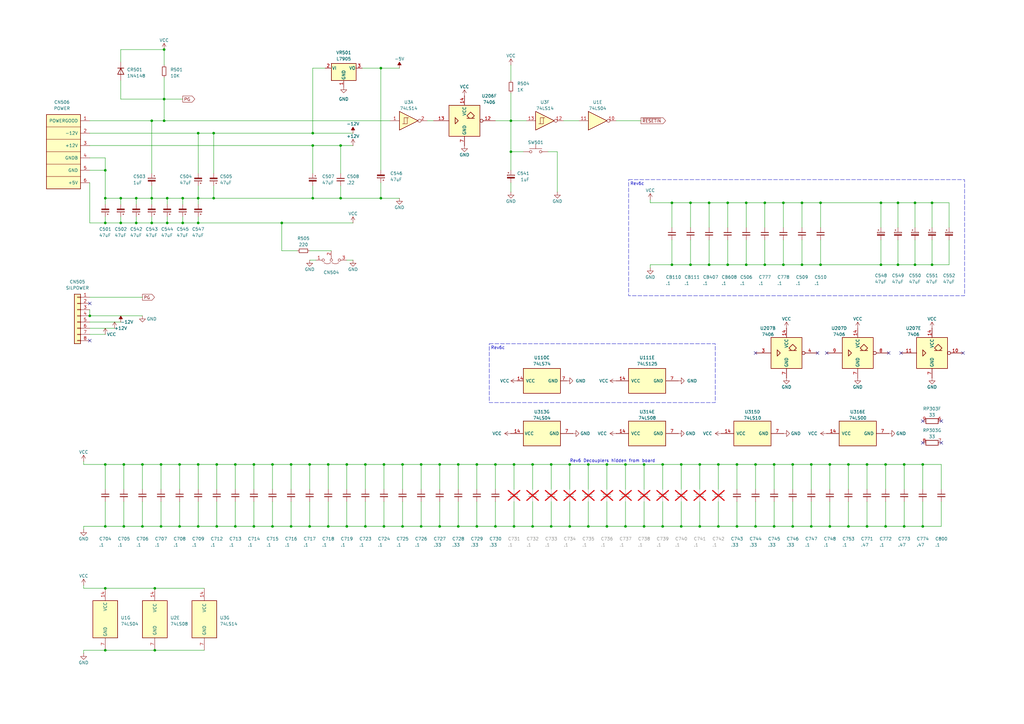
<source format=kicad_sch>
(kicad_sch (version 20231120) (generator "eeschema") (generator_version "8.0")
  (paper "A3")
  (title_block (title "Commodore PC10/CA") (rev "C") (comment 1 "312626") (comment 2 "POWER"))
  (junction (at 157.48 215.9))
  (junction (at 43.18 81.28))
  (junction (at 378.46 215.9))
  (junction (at 283.21 83.185))
  (junction (at 363.22 215.9))
  (junction (at 96.52 215.9))
  (junction (at 361.315 83.185))
  (junction (at 271.78 215.9))
  (junction (at 156.21 81.28))
  (junction (at 218.44 190.5))
  (junction (at 74.93 91.44))
  (junction (at 134.62 215.9))
  (junction (at 382.27 83.185))
  (junction (at 328.93 83.185))
  (junction (at 111.76 190.5))
  (junction (at 119.38 190.5))
  (junction (at 256.54 190.5))
  (junction (at 302.26 215.9))
  (junction (at 347.98 215.9))
  (junction (at 309.88 215.9))
  (junction (at 233.68 215.9))
  (junction (at 347.98 190.5))
  (junction (at 287.02 215.9))
  (junction (at 139.7 59.69))
  (junction (at 142.24 215.9))
  (junction (at 81.28 190.5))
  (junction (at 139.7 81.28))
  (junction (at 203.2 215.9))
  (junction (at 340.36 190.5))
  (junction (at 187.96 215.9))
  (junction (at 149.86 190.5))
  (junction (at 298.45 83.185))
  (junction (at 321.31 108.585))
  (junction (at 115.57 91.44))
  (junction (at 55.88 81.28))
  (junction (at 81.28 81.28))
  (junction (at 149.86 215.9))
  (junction (at 275.59 83.185))
  (junction (at 49.53 81.28))
  (junction (at 290.83 83.185))
  (junction (at 306.07 108.585))
  (junction (at 43.18 266.7))
  (junction (at 317.5 215.9))
  (junction (at 49.53 91.44))
  (junction (at 302.26 190.5))
  (junction (at 58.42 215.9))
  (junction (at 50.8 190.5))
  (junction (at 279.4 190.5))
  (junction (at 134.62 190.5))
  (junction (at 68.58 91.44))
  (junction (at 172.72 215.9))
  (junction (at 336.55 108.585))
  (junction (at 142.24 190.5))
  (junction (at 67.31 49.53))
  (junction (at 209.55 49.53))
  (junction (at 332.74 215.9))
  (junction (at 87.63 54.61))
  (junction (at 50.8 215.9))
  (junction (at 62.23 81.28))
  (junction (at 306.07 83.185))
  (junction (at 264.16 190.5))
  (junction (at 62.23 91.44))
  (junction (at 336.55 83.185))
  (junction (at 325.12 215.9))
  (junction (at 127 215.9))
  (junction (at 66.04 190.5))
  (junction (at 370.84 215.9))
  (junction (at 218.44 215.9))
  (junction (at 264.16 215.9))
  (junction (at 187.96 190.5))
  (junction (at 87.63 81.28))
  (junction (at 332.74 190.5))
  (junction (at 81.28 215.9))
  (junction (at 157.48 190.5))
  (junction (at 195.58 215.9))
  (junction (at 256.54 215.9))
  (junction (at 370.84 190.5))
  (junction (at 233.68 190.5))
  (junction (at 128.27 54.61))
  (junction (at 66.04 215.9))
  (junction (at 104.14 215.9))
  (junction (at 73.66 190.5))
  (junction (at 63.5 266.7))
  (junction (at 355.6 215.9))
  (junction (at 248.92 215.9))
  (junction (at 340.36 215.9))
  (junction (at 210.82 190.5))
  (junction (at 226.06 190.5))
  (junction (at 241.3 215.9))
  (junction (at 203.2 190.5))
  (junction (at 127 190.5))
  (junction (at 43.18 190.5))
  (junction (at 88.9 215.9))
  (junction (at 375.285 108.585))
  (junction (at 165.1 190.5))
  (junction (at 195.58 190.5))
  (junction (at 368.3 108.585))
  (junction (at 355.6 190.5))
  (junction (at 104.14 190.5))
  (junction (at 165.1 215.9))
  (junction (at 287.02 190.5))
  (junction (at 328.93 108.585))
  (junction (at 298.45 108.585))
  (junction (at 58.42 190.5))
  (junction (at 317.5 190.5))
  (junction (at 361.315 108.585))
  (junction (at 241.3 190.5))
  (junction (at 55.88 91.44))
  (junction (at 226.06 215.9))
  (junction (at 128.27 81.28))
  (junction (at 294.64 190.5))
  (junction (at 290.83 108.585))
  (junction (at 309.88 190.5))
  (junction (at 96.52 190.5))
  (junction (at 43.18 215.9))
  (junction (at 313.69 83.185))
  (junction (at 128.27 59.69))
  (junction (at 378.46 190.5))
  (junction (at 375.285 83.185))
  (junction (at 294.64 215.9))
  (junction (at 172.72 190.5))
  (junction (at 67.31 20.32))
  (junction (at 43.18 241.3))
  (junction (at 156.21 27.94))
  (junction (at 283.21 108.585))
  (junction (at 279.4 215.9))
  (junction (at 275.59 108.585))
  (junction (at 271.78 190.5))
  (junction (at 248.92 190.5))
  (junction (at 74.93 81.28))
  (junction (at 325.12 190.5))
  (junction (at 67.31 40.64))
  (junction (at 180.34 215.9))
  (junction (at 363.22 190.5))
  (junction (at 313.69 108.585))
  (junction (at 321.31 83.185))
  (junction (at 88.9 190.5))
  (junction (at 81.28 91.44))
  (junction (at 43.18 91.44))
  (junction (at 62.23 49.53))
  (junction (at 81.28 54.61))
  (junction (at 209.55 62.23))
  (junction (at 43.18 69.85))
  (junction (at 63.5 241.3))
  (junction (at 210.82 215.9))
  (junction (at 68.58 81.28))
  (junction (at 119.38 215.9))
  (junction (at 73.66 215.9))
  (junction (at 36.83 129.54))
  (junction (at 382.27 108.585))
  (junction (at 180.34 190.5))
  (junction (at 111.76 215.9))
  (junction (at 368.3 83.185))
  (no_connect (at 369.57 144.78))
  (no_connect (at 378.46 172.72))
  (no_connect (at 36.83 139.7))
  (no_connect (at 335.28 144.78))
  (no_connect (at 386.08 172.72))
  (no_connect (at 364.49 144.78))
  (no_connect (at 386.08 181.61))
  (no_connect (at 36.83 124.46))
  (no_connect (at 339.09 144.78))
  (no_connect (at 378.46 181.61))
  (no_connect (at 309.88 144.78))
  (no_connect (at 394.97 144.78))
  (wire (pts (xy 142.24 205.74) (xy 142.24 215.9)))
  (wire (pts (xy 389.255 108.585) (xy 382.27 108.585)))
  (wire (pts (xy 87.63 54.61) (xy 87.63 71.12)))
  (wire (pts (xy 67.31 49.53) (xy 160.02 49.53)))
  (wire (pts (xy 378.46 190.5) (xy 386.08 190.5)))
  (wire (pts (xy 49.53 40.64) (xy 67.31 40.64)))
  (wire (pts (xy 248.92 215.9) (xy 256.54 215.9)))
  (wire (pts (xy 355.6 190.5) (xy 363.22 190.5)))
  (wire (pts (xy 68.58 81.28) (xy 68.58 83.82)))
  (wire (pts (xy 62.23 81.28) (xy 62.23 83.82)))
  (wire (pts (xy 115.57 91.44) (xy 115.57 102.87)))
  (wire (pts (xy 378.46 205.74) (xy 378.46 215.9)))
  (wire (pts (xy 287.02 215.9) (xy 294.64 215.9)))
  (wire (pts (xy 218.44 205.74) (xy 218.44 215.9)))
  (wire (pts (xy 111.76 190.5) (xy 111.76 200.66)))
  (wire (pts (xy 355.6 190.5) (xy 355.6 200.66)))
  (wire (pts (xy 226.06 215.9) (xy 233.68 215.9)))
  (wire (pts (xy 375.285 83.185) (xy 382.27 83.185)))
  (wire (pts (xy 313.69 108.585) (xy 313.69 98.425)))
  (wire (pts (xy 347.98 190.5) (xy 355.6 190.5)))
  (wire (pts (xy 157.48 215.9) (xy 165.1 215.9)))
  (wire (pts (xy 58.42 215.9) (xy 66.04 215.9)))
  (wire (pts (xy 142.24 215.9) (xy 149.86 215.9)))
  (wire (pts (xy 209.55 49.53) (xy 209.55 62.23)))
  (wire (pts (xy 386.08 190.5) (xy 386.08 200.66)))
  (wire (pts (xy 104.14 190.5) (xy 104.14 200.66)))
  (wire (pts (xy 68.58 91.44) (xy 74.93 91.44)))
  (wire (pts (xy 332.74 190.5) (xy 340.36 190.5)))
  (wire (pts (xy 275.59 98.425) (xy 275.59 108.585)))
  (wire (pts (xy 218.44 190.5) (xy 218.44 200.66)))
  (wire (pts (xy 187.96 215.9) (xy 195.58 215.9)))
  (wire (pts (xy 119.38 190.5) (xy 127 190.5)))
  (wire (pts (xy 347.98 190.5) (xy 347.98 200.66)))
  (wire (pts (xy 96.52 205.74) (xy 96.52 215.9)))
  (wire (pts (xy 209.55 49.53) (xy 215.9 49.53)))
  (wire (pts (xy 336.55 83.185) (xy 336.55 93.345)))
  (wire (pts (xy 127 190.5) (xy 134.62 190.5)))
  (wire (pts (xy 43.18 81.28) (xy 49.53 81.28)))
  (wire (pts (xy 241.3 215.9) (xy 248.92 215.9)))
  (wire (pts (xy 43.18 190.5) (xy 50.8 190.5)))
  (wire (pts (xy 180.34 190.5) (xy 187.96 190.5)))
  (wire (pts (xy 49.53 81.28) (xy 49.53 83.82)))
  (wire (pts (xy 156.21 81.28) (xy 163.83 81.28)))
  (wire (pts (xy 58.42 190.5) (xy 58.42 200.66)))
  (wire (pts (xy 115.57 102.87) (xy 121.92 102.87)))
  (wire (pts (xy 283.21 108.585) (xy 290.83 108.585)))
  (wire (pts (xy 361.315 98.425) (xy 361.315 108.585)))
  (wire (pts (xy 34.29 215.9) (xy 34.29 217.17)))
  (wire (pts (xy 340.36 190.5) (xy 347.98 190.5)))
  (wire (pts (xy 340.36 190.5) (xy 340.36 200.66)))
  (wire (pts (xy 370.84 190.5) (xy 378.46 190.5)))
  (wire (pts (xy 157.48 215.9) (xy 157.48 205.74)))
  (wire (pts (xy 226.06 205.74) (xy 226.06 215.9)))
  (wire (pts (xy 209.55 62.23) (xy 214.63 62.23)))
  (wire (pts (xy 127 205.74) (xy 127 215.9)))
  (wire (pts (xy 306.07 83.185) (xy 313.69 83.185)))
  (wire (pts (xy 67.31 26.67) (xy 67.31 20.32)))
  (wire (pts (xy 36.83 49.53) (xy 62.23 49.53)))
  (wire (pts (xy 34.29 215.9) (xy 43.18 215.9)))
  (wire (pts (xy 111.76 190.5) (xy 119.38 190.5)))
  (wire (pts (xy 368.3 83.185) (xy 375.285 83.185)))
  (wire (pts (xy 264.16 215.9) (xy 264.16 205.74)))
  (wire (pts (xy 104.14 190.5) (xy 111.76 190.5)))
  (wire (pts (xy 302.26 205.74) (xy 302.26 215.9)))
  (wire (pts (xy 67.31 40.64) (xy 74.93 40.64)))
  (wire (pts (xy 218.44 190.5) (xy 226.06 190.5)))
  (wire (pts (xy 382.27 83.185) (xy 389.255 83.185)))
  (wire (pts (xy 55.88 91.44) (xy 62.23 91.44)))
  (wire (pts (xy 55.88 81.28) (xy 55.88 83.82)))
  (wire (pts (xy 271.78 215.9) (xy 279.4 215.9)))
  (wire (pts (xy 58.42 190.5) (xy 66.04 190.5)))
  (wire (pts (xy 386.08 205.74) (xy 386.08 215.9)))
  (wire (pts (xy 36.83 64.77) (xy 43.18 64.77)))
  (wire (pts (xy 321.31 108.585) (xy 321.31 98.425)))
  (wire (pts (xy 49.53 20.32) (xy 49.53 25.4)))
  (wire (pts (xy 294.64 205.74) (xy 294.64 215.9)))
  (wire (pts (xy 34.29 241.3) (xy 43.18 241.3)))
  (wire (pts (xy 370.84 190.5) (xy 370.84 200.66)))
  (wire (pts (xy 336.55 108.585) (xy 361.315 108.585)))
  (wire (pts (xy 157.48 190.5) (xy 165.1 190.5)))
  (wire (pts (xy 36.83 59.69) (xy 128.27 59.69)))
  (wire (pts (xy 209.55 33.02) (xy 209.55 26.67)))
  (wire (pts (xy 67.31 40.64) (xy 67.31 49.53)))
  (wire (pts (xy 119.38 190.5) (xy 119.38 200.66)))
  (wire (pts (xy 325.12 190.5) (xy 325.12 200.66)))
  (wire (pts (xy 63.5 241.3) (xy 83.82 241.3)))
  (wire (pts (xy 49.53 91.44) (xy 55.88 91.44)))
  (wire (pts (xy 195.58 215.9) (xy 203.2 215.9)))
  (wire (pts (xy 73.66 215.9) (xy 73.66 205.74)))
  (wire (pts (xy 266.7 108.585) (xy 275.59 108.585)))
  (wire (pts (xy 74.93 91.44) (xy 81.28 91.44)))
  (wire (pts (xy 43.18 64.77) (xy 43.18 69.85)))
  (wire (pts (xy 256.54 205.74) (xy 256.54 215.9)))
  (wire (pts (xy 43.18 205.74) (xy 43.18 215.9)))
  (wire (pts (xy 203.2 49.53) (xy 209.55 49.53)))
  (wire (pts (xy 264.16 215.9) (xy 271.78 215.9)))
  (wire (pts (xy 203.2 190.5) (xy 203.2 200.66)))
  (wire (pts (xy 62.23 76.2) (xy 62.23 81.28)))
  (wire (pts (xy 275.59 83.185) (xy 283.21 83.185)))
  (wire (pts (xy 36.83 74.93) (xy 36.83 91.44)))
  (wire (pts (xy 317.5 215.9) (xy 325.12 215.9)))
  (wire (pts (xy 128.27 59.69) (xy 139.7 59.69)))
  (wire (pts (xy 149.86 205.74) (xy 149.86 215.9)))
  (wire (pts (xy 241.3 190.5) (xy 241.3 200.66)))
  (wire (pts (xy 203.2 215.9) (xy 210.82 215.9)))
  (wire (pts (xy 62.23 91.44) (xy 68.58 91.44)))
  (wire (pts (xy 328.93 83.185) (xy 336.55 83.185)))
  (wire (pts (xy 43.18 91.44) (xy 43.18 88.9)))
  (wire (pts (xy 370.84 215.9) (xy 378.46 215.9)))
  (wire (pts (xy 279.4 190.5) (xy 279.4 200.66)))
  (wire (pts (xy 36.83 69.85) (xy 43.18 69.85)))
  (wire (pts (xy 378.46 215.9) (xy 386.08 215.9)))
  (wire (pts (xy 187.96 215.9) (xy 187.96 205.74)))
  (wire (pts (xy 119.38 205.74) (xy 119.38 215.9)))
  (wire (pts (xy 313.69 83.185) (xy 321.31 83.185)))
  (wire (pts (xy 210.82 190.5) (xy 218.44 190.5)))
  (wire (pts (xy 36.83 121.92) (xy 58.42 121.92)))
  (wire (pts (xy 87.63 76.2) (xy 87.63 81.28)))
  (wire (pts (xy 49.53 132.08) (xy 36.83 132.08)))
  (wire (pts (xy 66.04 190.5) (xy 66.04 200.66)))
  (wire (pts (xy 317.5 190.5) (xy 317.5 200.66)))
  (wire (pts (xy 88.9 190.5) (xy 88.9 200.66)))
  (wire (pts (xy 127 190.5) (xy 127 200.66)))
  (wire (pts (xy 248.92 190.5) (xy 248.92 200.66)))
  (wire (pts (xy 165.1 190.5) (xy 172.72 190.5)))
  (wire (pts (xy 43.18 190.5) (xy 43.18 200.66)))
  (wire (pts (xy 149.86 190.5) (xy 157.48 190.5)))
  (wire (pts (xy 336.55 83.185) (xy 361.315 83.185)))
  (wire (pts (xy 134.62 215.9) (xy 142.24 215.9)))
  (wire (pts (xy 287.02 190.5) (xy 294.64 190.5)))
  (wire (pts (xy 328.93 108.585) (xy 328.93 98.425)))
  (wire (pts (xy 104.14 205.74) (xy 104.14 215.9)))
  (wire (pts (xy 228.6 62.23) (xy 228.6 78.74)))
  (wire (pts (xy 271.78 215.9) (xy 271.78 205.74)))
  (wire (pts (xy 34.29 190.5) (xy 34.29 189.23)))
  (wire (pts (xy 36.83 54.61) (xy 81.28 54.61)))
  (wire (pts (xy 302.26 190.5) (xy 309.88 190.5)))
  (wire (pts (xy 96.52 190.5) (xy 104.14 190.5)))
  (wire (pts (xy 142.24 190.5) (xy 142.24 200.66)))
  (wire (pts (xy 187.96 190.5) (xy 187.96 200.66)))
  (wire (pts (xy 172.72 190.5) (xy 180.34 190.5)))
  (wire (pts (xy 368.3 98.425) (xy 368.3 108.585)))
  (wire (pts (xy 180.34 190.5) (xy 180.34 200.66)))
  (wire (pts (xy 128.27 59.69) (xy 128.27 71.12)))
  (wire (pts (xy 36.83 129.54) (xy 58.42 129.54)))
  (wire (pts (xy 328.93 83.185) (xy 328.93 93.345)))
  (wire (pts (xy 128.27 81.28) (xy 139.7 81.28)))
  (wire (pts (xy 332.74 215.9) (xy 340.36 215.9)))
  (wire (pts (xy 275.59 83.185) (xy 275.59 93.345)))
  (wire (pts (xy 49.53 33.02) (xy 49.53 40.64)))
  (wire (pts (xy 363.22 215.9) (xy 370.84 215.9)))
  (wire (pts (xy 67.31 20.32) (xy 49.53 20.32)))
  (wire (pts (xy 81.28 91.44) (xy 115.57 91.44)))
  (wire (pts (xy 43.18 69.85) (xy 43.18 81.28)))
  (wire (pts (xy 275.59 108.585) (xy 283.21 108.585)))
  (wire (pts (xy 36.83 127) (xy 36.83 129.54)))
  (wire (pts (xy 175.26 49.53) (xy 177.8 49.53)))
  (wire (pts (xy 248.92 190.5) (xy 256.54 190.5)))
  (wire (pts (xy 195.58 190.5) (xy 203.2 190.5)))
  (wire (pts (xy 203.2 215.9) (xy 203.2 205.74)))
  (wire (pts (xy 81.28 81.28) (xy 81.28 83.82)))
  (wire (pts (xy 210.82 205.74) (xy 210.82 215.9)))
  (wire (pts (xy 283.21 83.185) (xy 290.83 83.185)))
  (wire (pts (xy 128.27 76.2) (xy 128.27 81.28)))
  (wire (pts (xy 43.18 83.82) (xy 43.18 81.28)))
  (wire (pts (xy 49.53 81.28) (xy 55.88 81.28)))
  (wire (pts (xy 127 215.9) (xy 134.62 215.9)))
  (wire (pts (xy 218.44 215.9) (xy 226.06 215.9)))
  (wire (pts (xy 195.58 215.9) (xy 195.58 205.74)))
  (wire (pts (xy 256.54 190.5) (xy 264.16 190.5)))
  (wire (pts (xy 195.58 190.5) (xy 195.58 200.66)))
  (wire (pts (xy 73.66 190.5) (xy 81.28 190.5)))
  (wire (pts (xy 290.83 83.185) (xy 290.83 93.345)))
  (wire (pts (xy 256.54 215.9) (xy 264.16 215.9)))
  (wire (pts (xy 73.66 190.5) (xy 73.66 200.66)))
  (wire (pts (xy 134.62 190.5) (xy 134.62 200.66)))
  (wire (pts (xy 96.52 215.9) (xy 104.14 215.9)))
  (wire (pts (xy 46.99 134.62) (xy 36.83 134.62)))
  (wire (pts (xy 389.255 98.425) (xy 389.255 108.585)))
  (wire (pts (xy 66.04 215.9) (xy 73.66 215.9)))
  (wire (pts (xy 382.27 108.585) (xy 375.285 108.585)))
  (wire (pts (xy 332.74 190.5) (xy 332.74 200.66)))
  (wire (pts (xy 104.14 215.9) (xy 111.76 215.9)))
  (wire (pts (xy 309.88 190.5) (xy 309.88 200.66)))
  (wire (pts (xy 233.68 215.9) (xy 241.3 215.9)))
  (wire (pts (xy 382.27 83.185) (xy 382.27 93.345)))
  (wire (pts (xy 368.3 108.585) (xy 361.315 108.585)))
  (wire (pts (xy 298.45 108.585) (xy 306.07 108.585)))
  (wire (pts (xy 139.7 59.69) (xy 144.78 59.69)))
  (wire (pts (xy 294.64 215.9) (xy 302.26 215.9)))
  (wire (pts (xy 298.45 83.185) (xy 306.07 83.185)))
  (wire (pts (xy 231.14 49.53) (xy 237.49 49.53)))
  (wire (pts (xy 298.45 83.185) (xy 298.45 93.345)))
  (wire (pts (xy 309.88 190.5) (xy 317.5 190.5)))
  (wire (pts (xy 63.5 266.7) (xy 83.82 266.7)))
  (wire (pts (xy 81.28 76.2) (xy 81.28 81.28)))
  (wire (pts (xy 81.28 88.9) (xy 81.28 91.44)))
  (wire (pts (xy 134.62 190.5) (xy 142.24 190.5)))
  (wire (pts (xy 264.16 190.5) (xy 271.78 190.5)))
  (wire (pts (xy 172.72 215.9) (xy 180.34 215.9)))
  (wire (pts (xy 36.83 91.44) (xy 43.18 91.44)))
  (wire (pts (xy 180.34 215.9) (xy 187.96 215.9)))
  (wire (pts (xy 180.34 215.9) (xy 180.34 205.74)))
  (wire (pts (xy 81.28 54.61) (xy 81.28 71.12)))
  (wire (pts (xy 111.76 205.74) (xy 111.76 215.9)))
  (wire (pts (xy 142.24 190.5) (xy 149.86 190.5)))
  (wire (pts (xy 368.3 83.185) (xy 368.3 93.345)))
  (wire (pts (xy 34.29 266.7) (xy 34.29 267.97)))
  (wire (pts (xy 283.21 108.585) (xy 283.21 98.425)))
  (wire (pts (xy 74.93 81.28) (xy 81.28 81.28)))
  (wire (pts (xy 55.88 88.9) (xy 55.88 91.44)))
  (wire (pts (xy 209.55 62.23) (xy 209.55 69.85)))
  (wire (pts (xy 139.7 59.69) (xy 139.7 71.12)))
  (wire (pts (xy 81.28 190.5) (xy 81.28 200.66)))
  (wire (pts (xy 34.29 190.5) (xy 43.18 190.5)))
  (wire (pts (xy 129.54 106.68) (xy 127 106.68)))
  (wire (pts (xy 266.7 108.585) (xy 266.7 109.855)))
  (wire (pts (xy 128.27 27.94) (xy 133.35 27.94)))
  (wire (pts (xy 43.18 266.7) (xy 63.5 266.7)))
  (wire (pts (xy 382.27 98.425) (xy 382.27 108.585)))
  (wire (pts (xy 389.255 83.185) (xy 389.255 93.345)))
  (wire (pts (xy 81.28 81.28) (xy 87.63 81.28)))
  (wire (pts (xy 287.02 190.5) (xy 287.02 200.66)))
  (wire (pts (xy 55.88 81.28) (xy 62.23 81.28)))
  (wire (pts (xy 325.12 215.9) (xy 332.74 215.9)))
  (wire (pts (xy 375.285 83.185) (xy 375.285 93.345)))
  (wire (pts (xy 96.52 190.5) (xy 96.52 200.66)))
  (wire (pts (xy 336.55 108.585) (xy 336.55 98.425)))
  (wire (pts (xy 34.29 266.7) (xy 43.18 266.7)))
  (wire (pts (xy 149.86 190.5) (xy 149.86 200.66)))
  (wire (pts (xy 203.2 190.5) (xy 210.82 190.5)))
  (wire (pts (xy 361.315 83.185) (xy 368.3 83.185)))
  (wire (pts (xy 313.69 83.185) (xy 313.69 93.345)))
  (wire (pts (xy 81.28 215.9) (xy 88.9 215.9)))
  (wire (pts (xy 279.4 215.9) (xy 287.02 215.9)))
  (wire (pts (xy 43.18 241.3) (xy 63.5 241.3)))
  (wire (pts (xy 325.12 205.74) (xy 325.12 215.9)))
  (wire (pts (xy 165.1 215.9) (xy 172.72 215.9)))
  (wire (pts (xy 43.18 215.9) (xy 50.8 215.9)))
  (wire (pts (xy 363.22 190.5) (xy 363.22 200.66)))
  (wire (pts (xy 74.93 81.28) (xy 74.93 83.82)))
  (wire (pts (xy 375.285 108.585) (xy 368.3 108.585)))
  (wire (pts (xy 81.28 54.61) (xy 87.63 54.61)))
  (wire (pts (xy 294.64 190.5) (xy 294.64 200.66)))
  (wire (pts (xy 302.26 215.9) (xy 309.88 215.9)))
  (wire (pts (xy 233.68 190.5) (xy 241.3 190.5)))
  (wire (pts (xy 306.07 108.585) (xy 313.69 108.585)))
  (wire (pts (xy 34.29 241.3) (xy 34.29 240.03)))
  (wire (pts (xy 43.18 91.44) (xy 49.53 91.44)))
  (wire (pts (xy 361.315 83.185) (xy 361.315 93.345)))
  (wire (pts (xy 302.26 190.5) (xy 302.26 200.66)))
  (wire (pts (xy 50.8 215.9) (xy 58.42 215.9)))
  (wire (pts (xy 149.86 215.9) (xy 157.48 215.9)))
  (wire (pts (xy 287.02 205.74) (xy 287.02 215.9)))
  (wire (pts (xy 62.23 81.28) (xy 68.58 81.28)))
  (wire (pts (xy 271.78 190.5) (xy 271.78 200.66)))
  (wire (pts (xy 62.23 49.53) (xy 62.23 71.12)))
  (wire (pts (xy 271.78 190.5) (xy 279.4 190.5)))
  (wire (pts (xy 290.83 108.585) (xy 298.45 108.585)))
  (wire (pts (xy 321.31 83.185) (xy 328.93 83.185)))
  (wire (pts (xy 87.63 54.61) (xy 128.27 54.61)))
  (wire (pts (xy 321.31 83.185) (xy 321.31 93.345)))
  (wire (pts (xy 139.7 76.2) (xy 139.7 81.28)))
  (wire (pts (xy 266.7 83.185) (xy 275.59 83.185)))
  (wire (pts (xy 127 102.87) (xy 135.89 102.87)))
  (wire (pts (xy 73.66 215.9) (xy 81.28 215.9)))
  (wire (pts (xy 266.7 83.185) (xy 266.7 81.915)))
  (wire (pts (xy 172.72 190.5) (xy 172.72 200.66)))
  (wire (pts (xy 248.92 205.74) (xy 248.92 215.9)))
  (wire (pts (xy 317.5 205.74) (xy 317.5 215.9)))
  (wire (pts (xy 264.16 190.5) (xy 264.16 200.66)))
  (wire (pts (xy 66.04 215.9) (xy 66.04 205.74)))
  (wire (pts (xy 256.54 190.5) (xy 256.54 200.66)))
  (wire (pts (xy 252.73 49.53) (xy 262.89 49.53)))
  (wire (pts (xy 226.06 190.5) (xy 226.06 200.66)))
  (wire (pts (xy 81.28 215.9) (xy 81.28 205.74)))
  (wire (pts (xy 50.8 215.9) (xy 50.8 205.74)))
  (wire (pts (xy 209.55 38.1) (xy 209.55 49.53)))
  (wire (pts (xy 157.48 190.5) (xy 157.48 200.66)))
  (wire (pts (xy 209.55 78.74) (xy 209.55 74.93)))
  (wire (pts (xy 139.7 81.28) (xy 156.21 81.28)))
  (wire (pts (xy 309.88 215.9) (xy 317.5 215.9)))
  (wire (pts (xy 156.21 27.94) (xy 163.83 27.94)))
  (wire (pts (xy 283.21 83.185) (xy 283.21 93.345)))
  (wire (pts (xy 111.76 215.9) (xy 119.38 215.9)))
  (wire (pts (xy 134.62 205.74) (xy 134.62 215.9)))
  (wire (pts (xy 313.69 108.585) (xy 321.31 108.585)))
  (wire (pts (xy 233.68 205.74) (xy 233.68 215.9)))
  (wire (pts (xy 363.22 190.5) (xy 370.84 190.5)))
  (wire (pts (xy 172.72 215.9) (xy 172.72 205.74)))
  (wire (pts (xy 279.4 205.74) (xy 279.4 215.9)))
  (wire (pts (xy 50.8 190.5) (xy 50.8 200.66)))
  (wire (pts (xy 62.23 49.53) (xy 67.31 49.53)))
  (wire (pts (xy 321.31 108.585) (xy 328.93 108.585)))
  (wire (pts (xy 210.82 190.5) (xy 210.82 200.66)))
  (wire (pts (xy 279.4 190.5) (xy 287.02 190.5)))
  (wire (pts (xy 74.93 88.9) (xy 74.93 91.44)))
  (wire (pts (xy 233.68 190.5) (xy 233.68 200.66)))
  (wire (pts (xy 81.28 190.5) (xy 88.9 190.5)))
  (wire (pts (xy 88.9 215.9) (xy 88.9 205.74)))
  (wire (pts (xy 378.46 190.5) (xy 378.46 200.66)))
  (wire (pts (xy 375.285 98.425) (xy 375.285 108.585)))
  (wire (pts (xy 43.18 137.16) (xy 36.83 137.16)))
  (wire (pts (xy 156.21 74.93) (xy 156.21 81.28)))
  (wire (pts (xy 328.93 108.585) (xy 336.55 108.585)))
  (wire (pts (xy 62.23 88.9) (xy 62.23 91.44)))
  (wire (pts (xy 66.04 190.5) (xy 73.66 190.5)))
  (wire (pts (xy 119.38 215.9) (xy 127 215.9)))
  (wire (pts (xy 88.9 215.9) (xy 96.52 215.9)))
  (wire (pts (xy 115.57 91.44) (xy 144.78 91.44)))
  (wire (pts (xy 148.59 27.94) (xy 156.21 27.94)))
  (wire (pts (xy 298.45 108.585) (xy 298.45 98.425)))
  (wire (pts (xy 128.27 54.61) (xy 128.27 27.94)))
  (wire (pts (xy 347.98 215.9) (xy 355.6 215.9)))
  (wire (pts (xy 355.6 215.9) (xy 363.22 215.9)))
  (wire (pts (xy 370.84 205.74) (xy 370.84 215.9)))
  (wire (pts (xy 187.96 190.5) (xy 195.58 190.5)))
  (wire (pts (xy 290.83 108.585) (xy 290.83 98.425)))
  (wire (pts (xy 306.07 83.185) (xy 306.07 93.345)))
  (wire (pts (xy 88.9 190.5) (xy 96.52 190.5)))
  (wire (pts (xy 340.36 205.74) (xy 340.36 215.9)))
  (wire (pts (xy 142.24 106.68) (xy 144.78 106.68)))
  (wire (pts (xy 50.8 190.5) (xy 58.42 190.5)))
  (wire (pts (xy 317.5 190.5) (xy 325.12 190.5)))
  (wire (pts (xy 347.98 205.74) (xy 347.98 215.9)))
  (wire (pts (xy 306.07 108.585) (xy 306.07 98.425)))
  (wire (pts (xy 241.3 205.74) (xy 241.3 215.9)))
  (wire (pts (xy 58.42 215.9) (xy 58.42 205.74)))
  (wire (pts (xy 224.79 62.23) (xy 228.6 62.23)))
  (wire (pts (xy 128.27 54.61) (xy 144.78 54.61)))
  (wire (pts (xy 68.58 88.9) (xy 68.58 91.44)))
  (wire (pts (xy 156.21 27.94) (xy 156.21 69.85)))
  (wire (pts (xy 355.6 205.74) (xy 355.6 215.9)))
  (wire (pts (xy 226.06 190.5) (xy 233.68 190.5)))
  (wire (pts (xy 290.83 83.185) (xy 298.45 83.185)))
  (wire (pts (xy 87.63 81.28) (xy 128.27 81.28)))
  (wire (pts (xy 68.58 81.28) (xy 74.93 81.28)))
  (wire (pts (xy 363.22 205.74) (xy 363.22 215.9)))
  (wire (pts (xy 294.64 190.5) (xy 302.26 190.5)))
  (wire (pts (xy 165.1 215.9) (xy 165.1 205.74)))
  (wire (pts (xy 340.36 215.9) (xy 347.98 215.9)))
  (wire (pts (xy 309.88 205.74) (xy 309.88 215.9)))
  (wire (pts (xy 325.12 190.5) (xy 332.74 190.5)))
  (wire (pts (xy 332.74 205.74) (xy 332.74 215.9)))
  (wire (pts (xy 241.3 190.5) (xy 248.92 190.5)))
  (wire (pts (xy 165.1 190.5) (xy 165.1 200.66)))
  (wire (pts (xy 67.31 31.75) (xy 67.31 40.64)))
  (wire (pts (xy 210.82 215.9) (xy 218.44 215.9)))
  (wire (pts (xy 49.53 88.9) (xy 49.53 91.44)))
  (rectangle (start 200.66 140.97) (end 293.37 165.1) (stroke (width 0) (type dash)))
  (rectangle (start 257.81 73.66) (end 395.605 121.285) (stroke (width 0) (type dash)))
  (text "Rev6 Decouplers hidden from board" (at 233.68 189.865 0) (effects (font (size 1.27 1.27)) (justify left bottom)))
  (text "Rev6c" (at 201.295 143.51 0) (effects (font (size 1.27 1.27)) (justify left bottom)))
  (text "Rev6c" (at 258.445 76.2 0) (effects (font (size 1.27 1.27)) (justify left bottom)))
  (global_label "~{RESETIN}" (shape output) (at 262.89 49.53 0) (property "Intersheetrefs" "${INTERSHEET_REFS}" (effects (hide yes))))
  (global_label "PG" (shape output) (at 74.93 40.64 0) (property "Intersheetrefs" "${INTERSHEET_REFS}" (effects (hide yes))))
  (global_label "PG" (shape output) (at 58.42 121.92 0) (property "Intersheetrefs" "${INTERSHEET_REFS}" (effects (hide yes))))
  (symbol (lib_id "power:VCC") (at 34.29 189.23 0) (unit 1)
    (property "Reference" "#PWR0319" (effects (hide yes)))
    (property "Value" "VCC" (at 34.29 185.42 0))
  )
  (symbol (lib_id "Device:C_Small") (at 271.78 203.2 0) (unit 1) (exclude_from_sim yes) (in_bom no) (on_board no) (dnp yes)
    (property "Reference" "C739" (at 269.24 220.98 0) (effects (justify left)))
    (property "Value" ".1" (at 269.24 223.52 0) (effects (justify left)))
    (property "Footprint" "CBM-PC10:C_P10.16mm" (effects (hide yes)))
  )
  (symbol (lib_id "Device:C_Small") (at 306.07 95.885 0) (unit 1)
    (property "Reference" "C506" (at 303.53 113.665 0) (effects (justify left)))
    (property "Value" ".1" (at 303.53 116.205 0) (effects (justify left)))
    (property "Footprint" "CBM-PC10:C_P10.16mm" (effects (hide yes)))
  )
  (symbol (lib_id "Device:C_Small") (at 149.86 203.2 0) (unit 1)
    (property "Reference" "C723" (at 147.32 220.98 0) (effects (justify left)))
    (property "Value" ".1" (at 147.32 223.52 0) (effects (justify left)))
    (property "Footprint" "CBM-PC10:C_P10.16mm" (effects (hide yes)))
  )
  (symbol (lib_id "Device:C_Polarized_Small") (at 368.3 95.885 0) (unit 1)
    (property "Reference" "C549" (at 365.76 113.03 0) (effects (justify left)))
    (property "Value" "47uF" (at 365.76 115.57 0) (effects (justify left)))
    (property "Footprint" "CBM-PC10:Electrolytic_P5.00mm" (effects (hide yes)))
  )
  (symbol (lib_id "Device:C_Small") (at 58.42 203.2 0) (unit 1)
    (property "Reference" "C706" (at 55.88 220.98 0) (effects (justify left)))
    (property "Value" ".1" (at 55.88 223.52 0) (effects (justify left)))
    (property "Footprint" "CBM-PC10:C_P10.16mm" (effects (hide yes)))
  )
  (symbol (lib_id "Device:C_Small") (at 195.58 203.2 0) (unit 1)
    (property "Reference" "C729" (at 193.04 220.98 0) (effects (justify left)))
    (property "Value" ".33" (at 193.04 223.52 0) (effects (justify left)))
    (property "Footprint" "CBM-PC10:C_P10.16mm" (effects (hide yes)))
  )
  (symbol (lib_id "Device:C_Small") (at 347.98 203.2 0) (unit 1)
    (property "Reference" "C753" (at 345.44 220.98 0) (effects (justify left)))
    (property "Value" ".1" (at 345.44 223.52 0) (effects (justify left)))
    (property "Footprint" "CBM-PC10:C_P10.16mm" (effects (hide yes)))
  )
  (symbol (lib_id "74xx_IEEE:7406") (at 351.79 144.78 0) (unit 4)
    (property "Reference" "U207" (at 344.17 134.62 0))
    (property "Value" "7406" (at 344.17 137.16 0))
    (property "Footprint" "CBM-PC10:DIP-14_W7.62mm" (effects (hide yes)))
  )
  (symbol (lib_id "power:GND") (at 364.49 177.8 90) (unit 1)
    (property "Reference" "#PWR0240" (effects (hide yes)))
    (property "Value" "GND" (at 369.57 177.8 90))
  )
  (symbol (lib_id "power:-12V") (at 49.53 132.08 0) (unit 1)
    (property "Reference" "#PWR0255" (effects (hide yes)))
    (property "Value" "-12V" (at 52.07 132.08 0))
  )
  (symbol (lib_id "power:VCC") (at 209.55 177.8 90) (unit 1)
    (property "Reference" "#PWR0187" (effects (hide yes)))
    (property "Value" "VCC" (at 203.835 177.8 90))
  )
  (symbol (lib_id "Diode:1N4148") (at 49.53 29.21 270) (unit 1)
    (property "Reference" "CR501" (at 52.07 28.575 90) (effects (justify left)))
    (property "Value" "1N4148" (at 52.07 31.115 90) (effects (justify left)))
    (property "Footprint" "CBM-PC10:Diode_Axial_P10.00mm" (effects (hide yes)))
    (property "Datasheet" "https://assets.nexperia.com/documents/data-sheet/1N4148_1N4448.pdf" (effects (hide yes)))
    (property "Sim.Device" "D" (effects (hide yes)))
    (property "Sim.Pins" "1=K 2=A" (effects (hide yes)))
  )
  (symbol (lib_id "Device:C_Small") (at 298.45 95.885 0) (unit 1)
    (property "Reference" "CB608" (at 295.91 113.665 0) (effects (justify left)))
    (property "Value" ".1" (at 295.91 116.205 0) (effects (justify left)))
    (property "Footprint" "CBM-PC10:C_P10.16mm" (effects (hide yes)))
  )
  (symbol (lib_id "power:GND") (at 278.13 177.8 90) (unit 1)
    (property "Reference" "#PWR0190" (effects (hide yes)))
    (property "Value" "GND" (at 283.21 177.8 90))
  )
  (symbol (lib_id "74xx_IEEE:7406") (at 382.27 144.78 0) (unit 5)
    (property "Reference" "U207" (at 374.65 134.62 0))
    (property "Value" "7406" (at 374.65 137.16 0))
    (property "Footprint" "CBM-PC10:DIP-14_W7.62mm" (effects (hide yes)))
  )
  (symbol (lib_id "74xx:74LS08") (at 63.5 254 0) (unit 5)
    (property "Reference" "U2" (at 69.85 253.365 0) (effects (justify left)))
    (property "Value" "74LS08" (at 69.85 255.905 0) (effects (justify left)))
    (property "Footprint" "CBM-PC10:DIP-14_W7.62mm" (effects (hide yes)))
    (property "Datasheet" "http://www.ti.com/lit/gpn/sn74LS08" (effects (hide yes)))
  )
  (symbol (lib_id "power:GND") (at 321.31 177.8 90) (unit 1)
    (property "Reference" "#PWR0238" (effects (hide yes)))
    (property "Value" "GND" (at 326.39 177.8 90))
  )
  (symbol (lib_id "Device:C_Small") (at 180.34 203.2 0) (unit 1)
    (property "Reference" "C727" (at 177.8 220.98 0) (effects (justify left)))
    (property "Value" ".33" (at 177.8 223.52 0) (effects (justify left)))
    (property "Footprint" "CBM-PC10:C_P10.16mm" (effects (hide yes)))
  )
  (symbol (lib_id "power:VCC") (at 382.27 134.62 0) (unit 1)
    (property "Reference" "#PWR0271" (effects (hide yes)))
    (property "Value" "VCC" (at 382.27 130.81 0))
  )
  (symbol (lib_id "Device:C_Polarized_Small") (at 43.18 86.36 180) (unit 1)
    (property "Reference" "C501" (at 40.64 93.98 0) (effects (justify right)))
    (property "Value" "47uF" (at 40.64 96.52 0) (effects (justify right)))
    (property "Footprint" "CBM-PC10:Electrolytic_P5.00mm" (effects (hide yes)))
  )
  (symbol (lib_id "Device:C_Polarized_Small") (at 389.255 95.885 0) (unit 1)
    (property "Reference" "C552" (at 386.715 113.03 0) (effects (justify left)))
    (property "Value" "47uF" (at 386.715 115.57 0) (effects (justify left)))
    (property "Footprint" "CBM-PC10:Electrolytic_P5.00mm - Alt Pads" (effects (hide yes)))
  )
  (symbol (lib_id "Switch:SW_Push") (at 219.71 62.23 0) (unit 1)
    (property "Reference" "SW501" (at 219.71 58.42 0))
    (property "Value" "SW_Push" (effects (hide yes)))
    (property "Footprint" "CBM-PC10:SW501" (effects (hide yes)))
  )
  (symbol (lib_id "power:VCC") (at 209.55 26.67 0) (unit 1)
    (property "Reference" "#PWR0321" (effects (hide yes)))
    (property "Value" "VCC" (at 209.55 22.86 0))
  )
  (symbol (lib_id "power:VCC") (at 339.09 177.8 90) (unit 1)
    (property "Reference" "#PWR0239" (effects (hide yes)))
    (property "Value" "VCC" (at 333.375 177.8 90))
  )
  (symbol (lib_id "74xx:74LS14") (at 167.64 49.53 0) (unit 1)
    (property "Reference" "U3" (at 167.64 41.91 0))
    (property "Value" "74LS14" (at 167.64 44.45 0))
    (property "Footprint" "CBM-PC10:DIP-14_W7.62mm" (effects (hide yes)))
    (property "Datasheet" "http://www.ti.com/lit/gpn/sn74LS14" (effects (hide yes)))
  )
  (symbol (lib_id "Device:C_Polarized_Small") (at 81.28 86.36 180) (unit 1)
    (property "Reference" "C547" (at 78.74 93.98 0) (effects (justify right)))
    (property "Value" "47uF" (at 78.74 96.52 0) (effects (justify right)))
    (property "Footprint" "CBM-PC10:Electrolytic_P5.00mm" (effects (hide yes)))
  )
  (symbol (lib_id "power:-5V") (at 163.83 27.94 0) (unit 1)
    (property "Reference" "#PWR0263" (effects (hide yes)))
    (property "Value" "-5V" (at 163.83 24.13 0))
  )
  (symbol (lib_id "Device:C_Polarized_Small") (at 382.27 95.885 0) (unit 1)
    (property "Reference" "C551" (at 379.73 113.03 0) (effects (justify left)))
    (property "Value" "47uF" (at 379.73 115.57 0) (effects (justify left)))
    (property "Footprint" "CBM-PC10:Electrolytic_P5.00mm" (effects (hide yes)))
  )
  (symbol (lib_id "Device:C_Small") (at 139.7 73.66 0) (unit 1)
    (property "Reference" "C508" (at 142.24 72.39 0) (effects (justify left)))
    (property "Value" ".22" (at 142.24 74.93 0) (effects (justify left)))
    (property "Footprint" "CBM-PC10:C_P10.16mm" (effects (hide yes)))
  )
  (symbol (lib_id "Device:C_Small") (at 218.44 203.2 0) (unit 1) (exclude_from_sim yes) (in_bom no) (on_board no) (dnp yes)
    (property "Reference" "C732" (at 215.9 220.98 0) (effects (justify left)))
    (property "Value" ".1" (at 215.9 223.52 0) (effects (justify left)))
    (property "Footprint" "CBM-PC10:C_P10.16mm" (effects (hide yes)))
  )
  (symbol (lib_id "power:GND") (at 278.13 156.21 90) (unit 1)
    (property "Reference" "#PWR0210" (effects (hide yes)))
    (property "Value" "GND" (at 283.845 156.21 90))
  )
  (symbol (lib_id "power:VCC") (at 266.7 81.915 0) (unit 1)
    (property "Reference" "#PWR0227" (effects (hide yes)))
    (property "Value" "VCC" (at 266.7 78.105 0))
  )
  (symbol (lib_id "Device:C_Small") (at 287.02 203.2 0) (unit 1) (exclude_from_sim yes) (in_bom no) (on_board no) (dnp yes)
    (property "Reference" "C741" (at 284.48 220.98 0) (effects (justify left)))
    (property "Value" ".1" (at 284.48 223.52 0) (effects (justify left)))
    (property "Footprint" "CBM-PC10:C_P10.16mm" (effects (hide yes)))
  )
  (symbol (lib_id "power:-12V") (at 144.78 54.61 0) (unit 1)
    (property "Reference" "#PWR0259" (effects (hide yes)))
    (property "Value" "-12V" (at 144.78 50.8 0))
  )
  (symbol (lib_id "Device:C_Small") (at 294.64 203.2 0) (unit 1) (exclude_from_sim yes) (in_bom no) (on_board no) (dnp yes)
    (property "Reference" "C742" (at 292.1 220.98 0) (effects (justify left)))
    (property "Value" ".1" (at 292.1 223.52 0) (effects (justify left)))
    (property "Footprint" "CBM-PC10:C_P10.16mm" (effects (hide yes)))
  )
  (symbol (lib_id "74xx:74LS04") (at 245.11 49.53 0) (unit 5)
    (property "Reference" "U1" (at 245.11 41.91 0))
    (property "Value" "74LS04" (at 245.11 44.45 0))
    (property "Footprint" "CBM-PC10:DIP-14_W7.62mm" (effects (hide yes)))
    (property "Datasheet" "http://www.ti.com/lit/gpn/sn74LS04" (effects (hide yes)))
  )
  (symbol (lib_id "Device:C_Small") (at 313.69 95.885 0) (unit 1)
    (property "Reference" "C777" (at 311.15 113.665 0) (effects (justify left)))
    (property "Value" ".1" (at 311.15 116.205 0) (effects (justify left)))
    (property "Footprint" "CBM-PC10:C_P10.16mm" (effects (hide yes)))
  )
  (symbol (lib_id "Device:C_Polarized_Small") (at 55.88 86.36 180) (unit 1)
    (property "Reference" "C542" (at 53.34 93.98 0) (effects (justify right)))
    (property "Value" "47uF" (at 53.34 96.52 0) (effects (justify right)))
    (property "Footprint" "CBM-PC10:Electrolytic_P5.00mm - Alt Pads" (effects (hide yes)))
  )
  (symbol (lib_id "Device:C_Small") (at 275.59 95.885 0) (unit 1)
    (property "Reference" "CB110" (at 273.05 113.665 0) (effects (justify left)))
    (property "Value" ".1" (at 273.05 116.205 0) (effects (justify left)))
    (property "Footprint" "CBM-PC10:C_P10.16mm" (effects (hide yes)))
  )
  (symbol (lib_id "Device:C_Polarized_Small") (at 62.23 73.66 0) (mirror y) (unit 1)
    (property "Reference" "C503" (at 54.61 72.39 0) (effects (justify right)))
    (property "Value" "1uF" (at 54.61 74.93 0) (effects (justify right)))
    (property "Footprint" "CBM-PC10:Electrolytic_P5.00mm" (effects (hide yes)))
  )
  (symbol (lib_id "power:GND") (at 190.5 59.69 0) (unit 1)
    (property "Reference" "#PWR0264" (effects (hide yes)))
    (property "Value" "GND" (at 190.5 63.5 0))
  )
  (symbol (lib_id "PC10_IC:POWER") (at 31.75 54.61 0) (mirror y) (unit 1)
    (property "Reference" "CN506" (at 25.4 41.91 0))
    (property "Value" "POWER" (at 25.4 44.45 0))
    (property "Footprint" "CBM-PC10:CN506" (effects (hide yes)))
  )
  (symbol (lib_id "74xx:74LS04") (at 222.25 177.8 90) (unit 7)
    (property "Reference" "U313" (at 222.25 168.91 90))
    (property "Value" "74LS04" (at 222.25 171.45 90))
    (property "Footprint" "CBM-PC10:DIP-14_W7.62mm" (effects (hide yes)))
    (property "Datasheet" "http://www.ti.com/lit/gpn/sn74LS04" (effects (hide yes)))
  )
  (symbol (lib_id "Device:C_Polarized_Small") (at 209.55 72.39 0) (unit 1)
    (property "Reference" "C541" (at 217.17 71.12 0) (effects (justify right)))
    (property "Value" "1uF" (at 217.17 73.66 0) (effects (justify right)))
    (property "Footprint" "CBM-PC10:Electrolytic_P5.00mm" (effects (hide yes)))
  )
  (symbol (lib_id "Device:C_Small") (at 309.88 203.2 0) (unit 1)
    (property "Reference" "C744" (at 307.34 220.98 0) (effects (justify left)))
    (property "Value" ".33" (at 307.34 223.52 0) (effects (justify left)))
    (property "Footprint" "CBM-PC10:C_P10.16mm" (effects (hide yes)))
  )
  (symbol (lib_id "power:GND") (at 266.7 109.855 0) (unit 1)
    (property "Reference" "#PWR0228" (effects (hide yes)))
    (property "Value" "GND" (at 266.7 113.665 0))
  )
  (symbol (lib_id "Device:C_Small") (at 328.93 95.885 0) (unit 1)
    (property "Reference" "C509" (at 326.39 113.665 0) (effects (justify left)))
    (property "Value" ".1" (at 326.39 116.205 0) (effects (justify left)))
    (property "Footprint" "CBM-PC10:C_P10.16mm" (effects (hide yes)))
  )
  (symbol (lib_id "Device:C_Small") (at 96.52 203.2 0) (unit 1)
    (property "Reference" "C713" (at 93.98 220.98 0) (effects (justify left)))
    (property "Value" ".1" (at 93.98 223.52 0) (effects (justify left)))
    (property "Footprint" "CBM-PC10:C_P10.16mm" (effects (hide yes)))
  )
  (symbol (lib_id "Device:C_Small") (at 172.72 203.2 0) (unit 1)
    (property "Reference" "C726" (at 170.18 220.98 0) (effects (justify left)))
    (property "Value" ".1" (at 170.18 223.52 0) (effects (justify left)))
    (property "Footprint" "CBM-PC10:C_P10.16mm" (effects (hide yes)))
  )
  (symbol (lib_id "Device:C_Small") (at 165.1 203.2 0) (unit 1)
    (property "Reference" "C725" (at 162.56 220.98 0) (effects (justify left)))
    (property "Value" ".1" (at 162.56 223.52 0) (effects (justify left)))
    (property "Footprint" "CBM-PC10:C_P10.16mm" (effects (hide yes)))
  )
  (symbol (lib_id "power:GND") (at 34.29 217.17 0) (unit 1)
    (property "Reference" "#PWR0251" (effects (hide yes)))
    (property "Value" "GND" (at 34.29 220.98 0))
  )
  (symbol (lib_id "Device:C_Small") (at 321.31 95.885 0) (unit 1)
    (property "Reference" "C778" (at 318.77 113.665 0) (effects (justify left)))
    (property "Value" ".1" (at 318.77 116.205 0) (effects (justify left)))
    (property "Footprint" "CBM-PC10:C_P10.16mm" (effects (hide yes)))
  )
  (symbol (lib_id "Device:C_Small") (at 43.18 203.2 0) (unit 1)
    (property "Reference" "C704" (at 40.64 220.98 0) (effects (justify left)))
    (property "Value" ".1" (at 40.64 223.52 0) (effects (justify left)))
    (property "Footprint" "CBM-PC10:C_P10.16mm" (effects (hide yes)))
  )
  (symbol (lib_id "power:GND") (at 140.97 35.56 0) (unit 1)
    (property "Reference" "#PWR0261" (effects (hide yes)))
    (property "Value" "GND" (at 140.97 40.64 0))
  )
  (symbol (lib_id "Device:C_Small") (at 378.46 203.2 0) (unit 1)
    (property "Reference" "C774" (at 375.92 220.98 0) (effects (justify left)))
    (property "Value" ".47" (at 375.92 223.52 0) (effects (justify left)))
    (property "Footprint" "CBM-PC10:C_P10.16mm" (effects (hide yes)))
  )
  (symbol (lib_id "74xx:74LS04") (at 43.18 254 0) (unit 7)
    (property "Reference" "U1" (at 49.53 253.365 0) (effects (justify left)))
    (property "Value" "74LS04" (at 49.53 255.905 0) (effects (justify left)))
    (property "Footprint" "CBM-PC10:DIP-14_W7.62mm" (effects (hide yes)))
    (property "Datasheet" "http://www.ti.com/lit/gpn/sn74LS04" (effects (hide yes)))
  )
  (symbol (lib_id "74xx:74LS74") (at 222.25 156.21 90) (unit 3)
    (property "Reference" "U110" (at 222.25 146.685 90))
    (property "Value" "74LS74" (at 222.25 149.225 90))
    (property "Footprint" "CBM-PC10:DIP-14_W7.62mm" (effects (hide yes)))
    (property "Datasheet" "74xx/74hc_hct74.pdf" (effects (hide yes)))
  )
  (symbol (lib_id "power:+12V") (at 46.99 134.62 0) (unit 1)
    (property "Reference" "#PWR0320" (effects (hide yes)))
    (property "Value" "+12V" (at 49.53 134.62 0))
  )
  (symbol (lib_id "Device:C_Small") (at 279.4 203.2 0) (unit 1) (exclude_from_sim yes) (in_bom no) (on_board no) (dnp yes)
    (property "Reference" "C740" (at 276.86 220.98 0) (effects (justify left)))
    (property "Value" ".1" (at 276.86 223.52 0) (effects (justify left)))
    (property "Footprint" "CBM-PC10:C_P10.16mm" (effects (hide yes)))
  )
  (symbol (lib_id "Device:C_Small") (at 127 203.2 0) (unit 1)
    (property "Reference" "C717" (at 124.46 220.98 0) (effects (justify left)))
    (property "Value" ".1" (at 124.46 223.52 0) (effects (justify left)))
    (property "Footprint" "CBM-PC10:C_P10.16mm" (effects (hide yes)))
  )
  (symbol (lib_id "74xx:74LS08") (at 265.43 177.8 90) (unit 5)
    (property "Reference" "U314" (at 265.43 168.91 90))
    (property "Value" "74LS08" (at 265.43 171.45 90))
    (property "Footprint" "CBM-PC10:DIP-14_W7.62mm" (effects (hide yes)))
    (property "Datasheet" "http://www.ti.com/lit/gpn/sn74LS08" (effects (hide yes)))
  )
  (symbol (lib_id "power:VCC") (at 67.31 20.32 0) (unit 1)
    (property "Reference" "#PWR0262" (effects (hide yes)))
    (property "Value" "VCC" (at 67.31 16.51 0))
  )
  (symbol (lib_id "Device:C_Small") (at 210.82 203.2 0) (unit 1) (exclude_from_sim yes) (in_bom no) (on_board no) (dnp yes)
    (property "Reference" "C731" (at 208.28 220.98 0) (effects (justify left)))
    (property "Value" ".1" (at 208.28 223.52 0) (effects (justify left)))
    (property "Footprint" "CBM-PC10:C_P10.16mm" (effects (hide yes)))
  )
  (symbol (lib_id "Device:R_Small") (at 67.31 29.21 0) (unit 1)
    (property "Reference" "R501" (at 69.85 28.575 0) (effects (justify left)))
    (property "Value" "10K" (at 69.85 31.115 0) (effects (justify left)))
    (property "Footprint" "CBM-PC10:R_Axial_P10.00mm" (effects (hide yes)))
  )
  (symbol (lib_id "Device:C_Polarized_Small") (at 375.285 95.885 0) (unit 1)
    (property "Reference" "C550" (at 372.745 113.03 0) (effects (justify left)))
    (property "Value" "47uF" (at 372.745 115.57 0) (effects (justify left)))
    (property "Footprint" "CBM-PC10:Electrolytic_P5.00mm" (effects (hide yes)))
  )
  (symbol (lib_id "Device:C_Small") (at 187.96 203.2 0) (unit 1)
    (property "Reference" "C728" (at 185.42 220.98 0) (effects (justify left)))
    (property "Value" ".33" (at 185.42 223.52 0) (effects (justify left)))
    (property "Footprint" "CBM-PC10:C_P10.16mm" (effects (hide yes)))
  )
  (symbol (lib_id "power:GND") (at 351.79 154.94 0) (unit 1)
    (property "Reference" "#PWR0267" (effects (hide yes)))
    (property "Value" "GND" (at 351.79 158.75 0))
  )
  (symbol (lib_id "Device:C_Small") (at 325.12 203.2 0) (unit 1)
    (property "Reference" "C746" (at 322.58 220.98 0) (effects (justify left)))
    (property "Value" ".33" (at 322.58 223.52 0) (effects (justify left)))
    (property "Footprint" "CBM-PC10:C_P10.16mm" (effects (hide yes)))
  )
  (symbol (lib_id "power:VCC") (at 351.79 134.62 0) (unit 1)
    (property "Reference" "#PWR0270" (effects (hide yes)))
    (property "Value" "VCC" (at 351.79 130.81 0))
  )
  (symbol (lib_id "Device:C_Small") (at 104.14 203.2 0) (unit 1)
    (property "Reference" "C714" (at 101.6 220.98 0) (effects (justify left)))
    (property "Value" ".1" (at 101.6 223.52 0) (effects (justify left)))
    (property "Footprint" "CBM-PC10:C_P10.16mm" (effects (hide yes)))
  )
  (symbol (lib_id "Device:C_Small") (at 317.5 203.2 0) (unit 1)
    (property "Reference" "C745" (at 314.96 220.98 0) (effects (justify left)))
    (property "Value" ".33" (at 314.96 223.52 0) (effects (justify left)))
    (property "Footprint" "CBM-PC10:C_P10.16mm" (effects (hide yes)))
  )
  (symbol (lib_id "Device:C_Small") (at 73.66 203.2 0) (unit 1)
    (property "Reference" "C708" (at 71.12 220.98 0) (effects (justify left)))
    (property "Value" ".1" (at 71.12 223.52 0) (effects (justify left)))
    (property "Footprint" "CBM-PC10:C_P10.16mm" (effects (hide yes)))
  )
  (symbol (lib_id "Device:C_Polarized_Small") (at 74.93 86.36 180) (unit 1)
    (property "Reference" "C545" (at 72.39 93.98 0) (effects (justify right)))
    (property "Value" "47uF" (at 72.39 96.52 0) (effects (justify right)))
    (property "Footprint" "CBM-PC10:Electrolytic_P5.00mm" (effects (hide yes)))
  )
  (symbol (lib_id "Device:C_Small") (at 134.62 203.2 0) (unit 1)
    (property "Reference" "C718" (at 132.08 220.98 0) (effects (justify left)))
    (property "Value" ".1" (at 132.08 223.52 0) (effects (justify left)))
    (property "Footprint" "CBM-PC10:C_P10.16mm" (effects (hide yes)))
  )
  (symbol (lib_id "Device:C_Small") (at 290.83 95.885 0) (unit 1)
    (property "Reference" "CB407" (at 288.29 113.665 0) (effects (justify left)))
    (property "Value" ".1" (at 288.29 116.205 0) (effects (justify left)))
    (property "Footprint" "CBM-PC10:C_P10.16mm" (effects (hide yes)))
  )
  (symbol (lib_id "power:GND") (at 382.27 154.94 0) (unit 1)
    (property "Reference" "#PWR0268" (effects (hide yes)))
    (property "Value" "GND" (at 382.27 158.75 0))
  )
  (symbol (lib_id "power:GND") (at 228.6 78.74 0) (unit 1)
    (property "Reference" "#PWR0323" (effects (hide yes)))
    (property "Value" "GND" (at 228.6 82.55 0))
  )
  (symbol (lib_id "Device:C_Small") (at 370.84 203.2 0) (unit 1)
    (property "Reference" "C773" (at 368.3 220.98 0) (effects (justify left)))
    (property "Value" ".47" (at 368.3 223.52 0) (effects (justify left)))
    (property "Footprint" "CBM-PC10:C_P10.16mm" (effects (hide yes)))
  )
  (symbol (lib_id "74xx_IEEE:7406") (at 322.58 144.78 0) (unit 2)
    (property "Reference" "U207" (at 314.96 134.62 0))
    (property "Value" "7406" (at 314.96 137.16 0))
    (property "Footprint" "CBM-PC10:DIP-14_W7.62mm" (effects (hide yes)))
  )
  (symbol (lib_id "power:GND") (at 163.83 81.28 0) (unit 1)
    (property "Reference" "#PWR0252" (effects (hide yes)))
    (property "Value" "GND" (at 163.83 85.09 0))
  )
  (symbol (lib_id "Device:C_Small") (at 264.16 203.2 0) (unit 1) (exclude_from_sim yes) (in_bom no) (on_board no) (dnp yes)
    (property "Reference" "C738" (at 261.62 220.98 0) (effects (justify left)))
    (property "Value" ".1" (at 261.62 223.52 0) (effects (justify left)))
    (property "Footprint" "CBM-PC10:C_P10.16mm" (effects (hide yes)))
  )
  (symbol (lib_id "power:VCC") (at 322.58 134.62 0) (unit 1)
    (property "Reference" "#PWR0269" (effects (hide yes)))
    (property "Value" "VCC" (at 322.58 130.81 0))
  )
  (symbol (lib_id "Regulator_Linear:L7905") (at 140.97 27.94 0) (mirror x) (unit 1)
    (property "Reference" "VR501" (at 140.97 21.59 0))
    (property "Value" "L7905" (at 140.97 24.13 0))
    (property "Footprint" "CBM-PC10:VR501" (effects (hide yes)))
    (property "Datasheet" "http://www.st.com/content/ccc/resource/technical/document/datasheet/c9/16/86/41/c7/2b/45/f2/CD00000450.pdf/files/CD00000450.pdf/jcr:content/translations/en.CD00000450.pdf" (effects (hide yes)))
  )
  (symbol (lib_id "Device:C_Polarized_Small") (at 87.63 73.66 180) (unit 1)
    (property "Reference" "C505" (at 90.17 72.39 0) (effects (justify right)))
    (property "Value" "47uF" (at 90.17 74.93 0) (effects (justify right)))
    (property "Footprint" "CBM-PC10:Electrolytic_P5.00mm" (effects (hide yes)))
  )
  (symbol (lib_id "Device:C_Polarized_Small") (at 81.28 73.66 180) (unit 1)
    (property "Reference" "C504" (at 73.66 72.39 0) (effects (justify right)))
    (property "Value" "47uF" (at 73.66 74.93 0) (effects (justify right)))
    (property "Footprint" "CBM-PC10:Electrolytic_P5.00mm" (effects (hide yes)))
  )
  (symbol (lib_id "Device:C_Small") (at 66.04 203.2 0) (unit 1)
    (property "Reference" "C707" (at 63.5 220.98 0) (effects (justify left)))
    (property "Value" ".1" (at 63.5 223.52 0) (effects (justify left)))
    (property "Footprint" "CBM-PC10:C_P10.16mm" (effects (hide yes)))
  )
  (symbol (lib_id "Device:C_Small") (at 142.24 203.2 0) (unit 1)
    (property "Reference" "C719" (at 139.7 220.98 0) (effects (justify left)))
    (property "Value" ".1" (at 139.7 223.52 0) (effects (justify left)))
    (property "Footprint" "CBM-PC10:C_P10.16mm" (effects (hide yes)))
  )
  (symbol (lib_id "power:VCC") (at 252.73 177.8 90) (unit 1)
    (property "Reference" "#PWR0189" (effects (hide yes)))
    (property "Value" "VCC" (at 247.015 177.8 90))
  )
  (symbol (lib_id "power:GND") (at 58.42 129.54 0) (unit 1)
    (property "Reference" "#PWR0256" (effects (hide yes)))
    (property "Value" "GND" (at 62.23 130.81 0))
  )
  (symbol (lib_id "Device:C_Polarized_Small") (at 156.21 72.39 180) (unit 1)
    (property "Reference" "C546" (at 160.02 71.12 0) (effects (justify right)))
    (property "Value" "47uF" (at 160.02 73.66 0) (effects (justify right)))
    (property "Footprint" "CBM-PC10:Electrolytic_P5.00mm" (effects (hide yes)))
  )
  (symbol (lib_id "Device:C_Polarized_Small") (at 361.315 95.885 0) (unit 1)
    (property "Reference" "C548" (at 358.775 113.03 0) (effects (justify left)))
    (property "Value" "47uF" (at 358.775 115.57 0) (effects (justify left)))
    (property "Footprint" "CBM-PC10:Electrolytic_P5.00mm" (effects (hide yes)))
  )
  (symbol (lib_id "power:GND") (at 34.29 267.97 0) (unit 1)
    (property "Reference" "#PWR0317" (effects (hide yes)))
    (property "Value" "GND" (at 34.29 271.78 0))
  )
  (symbol (lib_id "power:+12V") (at 144.78 59.69 0) (unit 1)
    (property "Reference" "#PWR0260" (effects (hide yes)))
    (property "Value" "+12V" (at 144.78 55.88 0))
  )
  (symbol (lib_id "Device:C_Small") (at 233.68 203.2 0) (unit 1) (exclude_from_sim yes) (in_bom no) (on_board no) (dnp yes)
    (property "Reference" "C734" (at 231.14 220.98 0) (effects (justify left)))
    (property "Value" ".1" (at 231.14 223.52 0) (effects (justify left)))
    (property "Footprint" "CBM-PC10:C_P10.16mm" (effects (hide yes)))
  )
  (symbol (lib_id "Device:C_Small") (at 336.55 95.885 0) (unit 1)
    (property "Reference" "C510" (at 334.01 113.665 0) (effects (justify left)))
    (property "Value" ".1" (at 334.01 116.205 0) (effects (justify left)))
    (property "Footprint" "CBM-PC10:C_P10.16mm" (effects (hide yes)))
  )
  (symbol (lib_id "power:VCC") (at 43.18 137.16 0) (unit 1)
    (property "Reference" "#PWR0258" (effects (hide yes)))
    (property "Value" "VCC" (at 45.72 137.16 0))
  )
  (symbol (lib_id "power:VCC") (at 295.91 177.8 90) (unit 1)
    (property "Reference" "#PWR0237" (effects (hide yes)))
    (property "Value" "VCC" (at 290.195 177.8 90))
  )
  (symbol (lib_id "power:VCC") (at 34.29 240.03 0) (unit 1)
    (property "Reference" "#PWR0318" (effects (hide yes)))
    (property "Value" "VCC" (at 34.29 236.22 0))
  )
  (symbol (lib_id "Device:R_Small") (at 209.55 35.56 0) (unit 1)
    (property "Reference" "R504" (at 212.09 34.2899 0) (effects (justify left)))
    (property "Value" "1K" (at 212.09 36.8299 0) (effects (justify left)))
    (property "Footprint" "CBM-PC10:R_Axial_P10.00mm" (effects (hide yes)))
  )
  (symbol (lib_id "Device:R_Small") (at 124.46 102.87 90) (unit 1)
    (property "Reference" "R505" (at 124.46 97.79 90))
    (property "Value" "220" (at 124.46 100.33 90))
    (property "Footprint" "CBM-PC10:R_Axial_P10.16mm_Hor" (effects (hide yes)))
  )
  (symbol (lib_id "74xx:74LS10") (at 308.61 177.8 90) (unit 4)
    (property "Reference" "U315" (at 308.61 168.91 90))
    (property "Value" "74LS10" (at 308.61 171.45 90))
    (property "Footprint" "CBM-PC10:DIP-14_W7.62mm" (effects (hide yes)))
    (property "Datasheet" "http://www.ti.com/lit/gpn/sn74LS10" (effects (hide yes)))
  )
  (symbol (lib_id "Device:C_Small") (at 332.74 203.2 0) (unit 1)
    (property "Reference" "C747" (at 330.2 220.98 0) (effects (justify left)))
    (property "Value" ".1" (at 330.2 223.52 0) (effects (justify left)))
    (property "Footprint" "CBM-PC10:C_P10.16mm" (effects (hide yes)))
  )
  (symbol (lib_id "74xx:74LS125") (at 265.43 156.21 90) (unit 5)
    (property "Reference" "U111" (at 265.43 146.685 90))
    (property "Value" "74LS125" (at 265.43 149.225 90))
    (property "Footprint" "CBM-PC10:DIP-14_W7.62mm" (effects (hide yes)))
    (property "Datasheet" "http://www.ti.com/lit/gpn/sn74LS125" (effects (hide yes)))
  )
  (symbol (lib_id "Device:C_Small") (at 81.28 203.2 0) (unit 1)
    (property "Reference" "C709" (at 78.74 220.98 0) (effects (justify left)))
    (property "Value" ".1" (at 78.74 223.52 0) (effects (justify left)))
    (property "Footprint" "CBM-PC10:C_P10.16mm" (effects (hide yes)))
  )
  (symbol (lib_id "Device:C_Polarized_Small") (at 128.27 73.66 0) (mirror y) (unit 1)
    (property "Reference" "C507" (at 132.08 72.39 0) (effects (justify right)))
    (property "Value" "47uF" (at 132.08 74.93 0) (effects (justify right)))
    (property "Footprint" "CBM-PC10:Electrolytic_P5.00mm" (effects (hide yes)))
  )
  (symbol (lib_id "Device:C_Small") (at 203.2 203.2 0) (unit 1)
    (property "Reference" "C730" (at 200.66 220.98 0) (effects (justify left)))
    (property "Value" ".33" (at 200.66 223.52 0) (effects (justify left)))
    (property "Footprint" "CBM-PC10:C_P10.16mm" (effects (hide yes)))
  )
  (symbol (lib_id "Device:C_Small") (at 241.3 203.2 0) (unit 1) (exclude_from_sim yes) (in_bom no) (on_board no) (dnp yes)
    (property "Reference" "C735" (at 238.76 220.98 0) (effects (justify left)))
    (property "Value" ".1" (at 238.76 223.52 0) (effects (justify left)))
    (property "Footprint" "CBM-PC10:C_P10.16mm" (effects (hide yes)))
  )
  (symbol (lib_id "Device:C_Polarized_Small") (at 49.53 86.36 180) (unit 1)
    (property "Reference" "C502" (at 46.99 93.98 0) (effects (justify right)))
    (property "Value" "47uF" (at 46.99 96.52 0) (effects (justify right)))
    (property "Footprint" "CBM-PC10:Electrolytic_P5.00mm" (effects (hide yes)))
  )
  (symbol (lib_id "Device:R_Pack07_Split") (at 382.27 172.72 90) (unit 6)
    (property "Reference" "RP303" (at 382.27 167.64 90))
    (property "Value" "33" (at 382.27 170.18 90))
    (property "Footprint" "CBM-PC10:DIP-14_W7.62mm" (effects (hide yes)))
  )
  (symbol (lib_id "Device:C_Small") (at 119.38 203.2 0) (unit 1)
    (property "Reference" "C716" (at 116.84 220.98 0) (effects (justify left)))
    (property "Value" ".1" (at 116.84 223.52 0) (effects (justify left)))
    (property "Footprint" "CBM-PC10:C_P10.16mm" (effects (hide yes)))
  )
  (symbol (lib_id "74xx_IEEE:7406") (at 190.5 49.53 0) (unit 6)
    (property "Reference" "U206" (at 200.66 39.37 0))
    (property "Value" "7406" (at 200.66 41.91 0))
    (property "Footprint" "CBM-PC10:DIP-14_W7.62mm" (effects (hide yes)))
  )
  (symbol (lib_id "Device:C_Small") (at 340.36 203.2 0) (unit 1)
    (property "Reference" "C748" (at 337.82 220.98 0) (effects (justify left)))
    (property "Value" ".1" (at 337.82 223.52 0) (effects (justify left)))
    (property "Footprint" "CBM-PC10:C_P10.16mm" (effects (hide yes)))
  )
  (symbol (lib_id "power:GND") (at 234.95 177.8 90) (unit 1)
    (property "Reference" "#PWR0188" (effects (hide yes)))
    (property "Value" "GND" (at 240.03 177.8 90))
  )
  (symbol (lib_id "Device:C_Small") (at 88.9 203.2 0) (unit 1)
    (property "Reference" "C712" (at 86.36 220.98 0) (effects (justify left)))
    (property "Value" ".1" (at 86.36 223.52 0) (effects (justify left)))
    (property "Footprint" "CBM-PC10:C_P10.16mm" (effects (hide yes)))
  )
  (symbol (lib_id "Device:R_Pack07_Split") (at 382.27 181.61 90) (unit 7)
    (property "Reference" "RP303" (at 382.27 176.53 90))
    (property "Value" "33" (at 382.27 179.07 90))
    (property "Footprint" "CBM-PC10:DIP-14_W7.62mm" (effects (hide yes)))
  )
  (symbol (lib_id "power:VCC") (at 144.78 91.44 0) (unit 1)
    (property "Reference" "#PWR0253" (effects (hide yes)))
    (property "Value" "VCC" (at 144.78 87.63 0))
  )
  (symbol (lib_id "Device:C_Polarized_Small") (at 62.23 86.36 180) (unit 1)
    (property "Reference" "C543" (at 59.69 93.98 0) (effects (justify right)))
    (property "Value" "47uF" (at 59.69 96.52 0) (effects (justify right)))
    (property "Footprint" "CBM-PC10:Electrolytic_P5.00mm" (effects (hide yes)))
  )
  (symbol (lib_id "Device:C_Small") (at 283.21 95.885 0) (unit 1)
    (property "Reference" "CB111" (at 280.67 113.665 0) (effects (justify left)))
    (property "Value" ".1" (at 280.67 116.205 0) (effects (justify left)))
    (property "Footprint" "CBM-PC10:C_P10.16mm" (effects (hide yes)))
  )
  (symbol (lib_id "74xx:74LS00") (at 351.79 177.8 90) (unit 5)
    (property "Reference" "U316" (at 351.79 168.91 90))
    (property "Value" "74LS00" (at 351.79 171.45 90))
    (property "Footprint" "CBM-PC10:DIP-14_W7.62mm" (effects (hide yes)))
    (property "Datasheet" "http://www.ti.com/lit/gpn/sn74ls00" (effects (hide yes)))
  )
  (symbol (lib_id "power:GND") (at 232.41 156.21 90) (unit 1)
    (property "Reference" "#PWR0208" (effects (hide yes)))
    (property "Value" "GND" (at 238.125 156.21 90))
  )
  (symbol (lib_id "Device:C_Small") (at 302.26 203.2 0) (unit 1)
    (property "Reference" "C743" (at 299.72 220.98 0) (effects (justify left)))
    (property "Value" ".33" (at 299.72 223.52 0) (effects (justify left)))
    (property "Footprint" "CBM-PC10:C_P10.16mm" (effects (hide yes)))
  )
  (symbol (lib_id "Device:C_Small") (at 111.76 203.2 0) (unit 1)
    (property "Reference" "C715" (at 109.22 220.98 0) (effects (justify left)))
    (property "Value" ".1" (at 109.22 223.52 0) (effects (justify left)))
    (property "Footprint" "CBM-PC10:C_P10.16mm" (effects (hide yes)))
  )
  (symbol (lib_id "power:GND") (at 209.55 78.74 0) (unit 1)
    (property "Reference" "#PWR0322" (effects (hide yes)))
    (property "Value" "GND" (at 209.55 82.55 0))
  )
  (symbol (lib_id "Device:C_Small") (at 363.22 203.2 0) (unit 1)
    (property "Reference" "C772" (at 360.68 220.98 0) (effects (justify left)))
    (property "Value" ".1" (at 360.68 223.52 0) (effects (justify left)))
    (property "Footprint" "CBM-PC10:C_P10.16mm" (effects (hide yes)))
  )
  (symbol (lib_id "Device:C_Small") (at 226.06 203.2 0) (unit 1) (exclude_from_sim yes) (in_bom no) (on_board no) (dnp yes)
    (property "Reference" "C733" (at 223.52 220.98 0) (effects (justify left)))
    (property "Value" ".1" (at 223.52 223.52 0) (effects (justify left)))
    (property "Footprint" "CBM-PC10:C_P10.16mm" (effects (hide yes)))
  )
  (symbol (lib_id "power:GND") (at 144.78 106.68 0) (unit 1)
    (property "Reference" "#PWR0254" (effects (hide yes)))
    (property "Value" "GND" (at 144.78 110.49 0))
  )
  (symbol (lib_id "power:VCC") (at 190.5 39.37 0) (unit 1)
    (property "Reference" "#PWR0265" (effects (hide yes)))
    (property "Value" "VCC" (at 190.5 35.56 0))
  )
  (symbol (lib_id "Device:C_Polarized_Small") (at 68.58 86.36 180) (unit 1)
    (property "Reference" "C544" (at 66.04 93.98 0) (effects (justify right)))
    (property "Value" "47uF" (at 66.04 96.52 0) (effects (justify right)))
    (property "Footprint" "CBM-PC10:Electrolytic_P5.00mm" (effects (hide yes)))
  )
  (symbol (lib_id "power:VCC") (at 252.73 156.21 90) (unit 1)
    (property "Reference" "#PWR0209" (effects (hide yes)))
    (property "Value" "VCC" (at 247.65 156.21 90))
  )
  (symbol (lib_id "power:VCC") (at 212.09 156.21 90) (unit 1)
    (property "Reference" "#PWR0207" (effects (hide yes)))
    (property "Value" "VCC" (at 207.01 156.21 90))
  )
  (symbol (lib_id "74xx:74LS14") (at 83.82 254 0) (unit 7)
    (property "Reference" "U3" (at 90.17 253.365 0) (effects (justify left)))
    (property "Value" "74LS14" (at 90.17 255.905 0) (effects (justify left)))
    (property "Footprint" "CBM-PC10:DIP-14_W7.62mm" (effects (hide yes)))
    (property "Datasheet" "http://www.ti.com/lit/gpn/sn74LS14" (effects (hide yes)))
  )
  (symbol (lib_id "Device:C_Small") (at 50.8 203.2 0) (unit 1)
    (property "Reference" "C705" (at 48.26 220.98 0) (effects (justify left)))
    (property "Value" ".1" (at 48.26 223.52 0) (effects (justify left)))
    (property "Footprint" "CBM-PC10:C_P10.16mm" (effects (hide yes)))
  )
  (symbol (lib_id "power:GND") (at 127 106.68 0) (mirror y) (unit 1)
    (property "Reference" "#PWR0211" (effects (hide yes)))
    (property "Value" "GND" (at 127 110.49 0))
  )
  (symbol (lib_id "Connector_Generic:Conn_01x08") (at 31.75 129.54 0) (mirror y) (unit 1)
    (property "Reference" "CN505" (at 31.75 115.57 0))
    (property "Value" "SILPOWER" (at 31.75 118.11 0))
    (property "Footprint" "CBM-PC10:CN505" (effects (hide yes)))
  )
  (symbol (lib_id "Device:C_Small") (at 248.92 203.2 0) (unit 1) (exclude_from_sim yes) (in_bom no) (on_board no) (dnp yes)
    (property "Reference" "C736" (at 246.38 220.98 0) (effects (justify left)))
    (property "Value" ".1" (at 246.38 223.52 0) (effects (justify left)))
    (property "Footprint" "CBM-PC10:C_P10.16mm" (effects (hide yes)))
  )
  (symbol (lib_id "Device:C_Small") (at 157.48 203.2 0) (unit 1)
    (property "Reference" "C724" (at 154.94 220.98 0) (effects (justify left)))
    (property "Value" ".1" (at 154.94 223.52 0) (effects (justify left)))
    (property "Footprint" "CBM-PC10:C_P10.16mm" (effects (hide yes)))
  )
  (symbol (lib_id "Device:C_Small") (at 256.54 203.2 0) (unit 1) (exclude_from_sim yes) (in_bom no) (on_board no) (dnp yes)
    (property "Reference" "C737" (at 254 220.98 0) (effects (justify left)))
    (property "Value" ".1" (at 254 223.52 0) (effects (justify left)))
    (property "Footprint" "CBM-PC10:C_P10.16mm" (effects (hide yes)))
  )
  (symbol (lib_id "74xx:74LS14") (at 223.52 49.53 0) (unit 6)
    (property "Reference" "U3" (at 223.52 41.91 0))
    (property "Value" "74LS14" (at 223.52 44.45 0))
    (property "Footprint" "CBM-PC10:DIP-14_W7.62mm" (effects (hide yes)))
    (property "Datasheet" "http://www.ti.com/lit/gpn/sn74LS14" (effects (hide yes)))
  )
  (symbol (lib_id "Device:C_Small") (at 386.08 203.2 0) (unit 1)
    (property "Reference" "C800" (at 383.54 220.98 0) (effects (justify left)))
    (property "Value" ".1" (at 383.54 223.52 0) (effects (justify left)))
    (property "Footprint" "CBM-PC10:C_P10.16mm" (effects (hide yes)))
  )
  (symbol (lib_id "Jumper:Jumper_3_Open") (at 135.89 106.68 0) (mirror x) (unit 1)
    (property "Reference" "CN504" (at 135.89 111.76 0))
    (property "Value" "Jumper_2_Open" (effects (hide yes)))
    (property "Footprint" "CBM-PC10:PinHeader_1x03_P2.54mm-RoundPads" (effects (hide yes)))
  )
  (symbol (lib_id "Device:C_Small") (at 355.6 203.2 0) (unit 1)
    (property "Reference" "C771" (at 353.06 220.98 0) (effects (justify left)))
    (property "Value" ".47" (at 353.06 223.52 0) (effects (justify left)))
    (property "Footprint" "CBM-PC10:C_P10.16mm" (effects (hide yes)))
  )
  (symbol (lib_id "power:GND") (at 322.58 154.94 0) (unit 1)
    (property "Reference" "#PWR0266" (effects (hide yes)))
    (property "Value" "GND" (at 322.58 158.75 0))
  )
)
</source>
